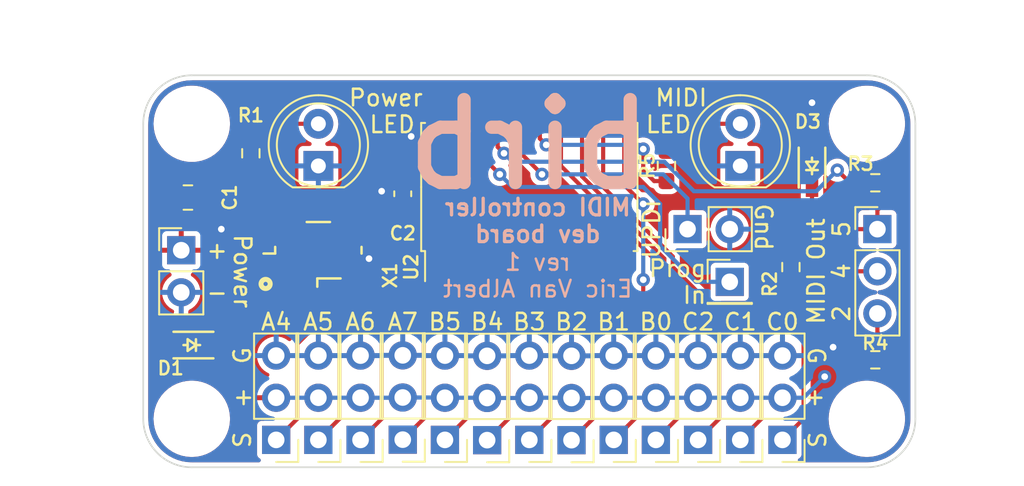
<source format=kicad_pcb>
(kicad_pcb (version 20211014) (generator pcbnew)
  (layers (0 "F.Cu" signal) (31 "B.Cu" signal) (34 "B.Paste" user) (35 "F.Paste" user) (36 "B.SilkS" user "B.Silkscreen") (37 "F.SilkS" user "F.Silkscreen") (38 "B.Mask" user) (39 "F.Mask" user) (44 "Edge.Cuts" user))
  (net 0 "")
  (net 1 "/PA4")
  (net 2 "GND")
  (net 3 "/PA5")
  (net 4 "/PA6")
  (net 5 "/PA7")
  (net 6 "/PB0")
  (net 7 "/PB1")
  (net 8 "/PB2")
  (net 9 "/PB3")
  (net 10 "/PB4")
  (net 11 "/PB5")
  (net 12 "/PC0")
  (net 13 "/PC1")
  (net 14 "/PC2")
  (net 15 "VDD")
  (net 16 "Net-(D2-Pad2)")
  (net 17 "Net-(J1-Pad2)")
  (net 18 "Net-(D3-Pad1)")
  (net 19 "/MIDI_OUT")
  (net 20 "Net-(J1-Pad3)")
  (net 21 "/LED")
  (net 22 "Net-(D4-Pad2)")
  (net 23 "/UPDI")
  (net 24 "/MIDI_IN")
  (net 25 "/CLK")
  (footprint "LED_THT:LED_D5.0mm" (layer "F.Cu") (at 101.6 81.28 90)
    (fp_text reference "D2" hide)
    (fp_text value "POWER")
    (fp_line (start -1.29 -1.545) (end -1.29 1.545) (layer "F.SilkS") (width 0.12))
    (fp_arc (start 4.26 -0.000462) (mid 2.072002 2.880433) (end -1.29 1.54483) (layer "F.SilkS") (width 0.12))
    (fp_arc (start -1.29 -1.54483) (mid 2.072002 -2.880433) (end 4.26 0.000462) (layer "F.SilkS") (width 0.12))
    (fp_circle (center 1.27 0) (end 3.77 0) (layer "F.SilkS") (width 0.12) (fill none))
    (pad "1" thru_hole rect (at 0 0 90) (size 1.8 1.8) (drill 0.9) (layers *.Cu *.Mask) (net 2 "GND"))
    (pad "2" thru_hole circle (at 2.54 0 90) (size 1.8 1.8) (drill 0.9) (layers *.Cu *.Mask) (net 16 "Net-(D2-Pad2)"))
  )
  (footprint "Connector_PinHeader_2.54mm:PinHeader_1x03_P2.54mm_Vertical" (layer "F.Cu") (at 104.14 97.79 180)
    (fp_text reference "J6" hide)
    (fp_text value "PA6")
    (fp_line (start 1.33 1.27) (end 1.33 6.41) (layer "F.SilkS") (width 0.12))
    (fp_line (start -1.33 0) (end -1.33 -1.33) (layer "F.SilkS") (width 0.12))
    (fp_line (start -1.33 -1.33) (end 0 -1.33) (layer "F.SilkS") (width 0.12))
    (fp_line (start -1.33 1.27) (end -1.33 6.41) (layer "F.SilkS") (width 0.12))
    (fp_line (start -1.33 6.41) (end 1.33 6.41) (layer "F.SilkS") (width 0.12))
    (fp_line (start -1.33 1.27) (end 1.33 1.27) (layer "F.SilkS") (width 0.12))
    (pad "1" thru_hole rect (at 0 0 180) (size 1.7 1.7) (drill 1) (layers *.Cu *.Mask) (net 4 "/PA6"))
    (pad "2" thru_hole oval (at 0 2.54 180) (size 1.7 1.7) (drill 1) (layers *.Cu *.Mask) (net 15 "VDD"))
    (pad "3" thru_hole oval (at 0 5.08 180) (size 1.7 1.7) (drill 1) (layers *.Cu *.Mask) (net 2 "GND"))
  )
  (footprint "Connector_PinHeader_2.54mm:PinHeader_1x03_P2.54mm_Vertical" (layer "F.Cu") (at 119.38 97.79 180)
    (fp_text reference "J9" hide)
    (fp_text value "PB1")
    (fp_line (start -1.33 6.41) (end 1.33 6.41) (layer "F.SilkS") (width 0.12))
    (fp_line (start 1.33 1.27) (end 1.33 6.41) (layer "F.SilkS") (width 0.12))
    (fp_line (start -1.33 1.27) (end -1.33 6.41) (layer "F.SilkS") (width 0.12))
    (fp_line (start -1.33 1.27) (end 1.33 1.27) (layer "F.SilkS") (width 0.12))
    (fp_line (start -1.33 -1.33) (end 0 -1.33) (layer "F.SilkS") (width 0.12))
    (fp_line (start -1.33 0) (end -1.33 -1.33) (layer "F.SilkS") (width 0.12))
    (pad "1" thru_hole rect (at 0 0 180) (size 1.7 1.7) (drill 1) (layers *.Cu *.Mask) (net 7 "/PB1"))
    (pad "2" thru_hole oval (at 0 2.54 180) (size 1.7 1.7) (drill 1) (layers *.Cu *.Mask) (net 15 "VDD"))
    (pad "3" thru_hole oval (at 0 5.08 180) (size 1.7 1.7) (drill 1) (layers *.Cu *.Mask) (net 2 "GND"))
  )
  (footprint "Connector_PinHeader_2.54mm:PinHeader_1x03_P2.54mm_Vertical" (layer "F.Cu") (at 129.54 97.79 180)
    (fp_text reference "J14" hide)
    (fp_text value "PC0")
    (fp_line (start -1.33 1.27) (end 1.33 1.27) (layer "F.SilkS") (width 0.12))
    (fp_line (start 1.33 1.27) (end 1.33 6.41) (layer "F.SilkS") (width 0.12))
    (fp_line (start -1.33 -1.33) (end 0 -1.33) (layer "F.SilkS") (width 0.12))
    (fp_line (start -1.33 1.27) (end -1.33 6.41) (layer "F.SilkS") (width 0.12))
    (fp_line (start -1.33 6.41) (end 1.33 6.41) (layer "F.SilkS") (width 0.12))
    (fp_line (start -1.33 0) (end -1.33 -1.33) (layer "F.SilkS") (width 0.12))
    (pad "1" thru_hole rect (at 0 0 180) (size 1.7 1.7) (drill 1) (layers *.Cu *.Mask) (net 12 "/PC0"))
    (pad "2" thru_hole oval (at 0 2.54 180) (size 1.7 1.7) (drill 1) (layers *.Cu *.Mask) (net 15 "VDD"))
    (pad "3" thru_hole oval (at 0 5.08 180) (size 1.7 1.7) (drill 1) (layers *.Cu *.Mask) (net 2 "GND"))
  )
  (footprint "Connector_PinHeader_2.54mm:PinHeader_1x03_P2.54mm_Vertical" (layer "F.Cu") (at 135.255 85.09)
    (fp_text reference "J1" hide)
    (fp_text value "MIDI Out")
    (fp_line (start -1.33 1.27) (end 1.33 1.27) (layer "F.SilkS") (width 0.12))
    (fp_line (start -1.33 0) (end -1.33 -1.33) (layer "F.SilkS") (width 0.12))
    (fp_line (start -1.33 -1.33) (end 0 -1.33) (layer "F.SilkS") (width 0.12))
    (fp_line (start -1.33 6.41) (end 1.33 6.41) (layer "F.SilkS") (width 0.12))
    (fp_line (start -1.33 1.27) (end -1.33 6.41) (layer "F.SilkS") (width 0.12))
    (fp_line (start 1.33 1.27) (end 1.33 6.41) (layer "F.SilkS") (width 0.12))
    (pad "1" thru_hole rect (at 0 0) (size 1.7 1.7) (drill 1) (layers *.Cu *.Mask) (net 18 "Net-(D3-Pad1)"))
    (pad "2" thru_hole oval (at 0 2.54) (size 1.7 1.7) (drill 1) (layers *.Cu *.Mask) (net 17 "Net-(J1-Pad2)"))
    (pad "3" thru_hole oval (at 0 5.08) (size 1.7 1.7) (drill 1) (layers *.Cu *.Mask) (net 20 "Net-(J1-Pad3)"))
  )
  (footprint "Connector_PinHeader_2.54mm:PinHeader_1x03_P2.54mm_Vertical" (layer "F.Cu") (at 116.84 97.805 180)
    (fp_text reference "J10" hide)
    (fp_text value "PB2")
    (fp_line (start 1.33 1.27) (end 1.33 6.41) (layer "F.SilkS") (width 0.12))
    (fp_line (start -1.33 6.41) (end 1.33 6.41) (layer "F.SilkS") (width 0.12))
    (fp_line (start -1.33 0) (end -1.33 -1.33) (layer "F.SilkS") (width 0.12))
    (fp_line (start -1.33 -1.33) (end 0 -1.33) (layer "F.SilkS") (width 0.12))
    (fp_line (start -1.33 1.27) (end 1.33 1.27) (layer "F.SilkS") (width 0.12))
    (fp_line (start -1.33 1.27) (end -1.33 6.41) (layer "F.SilkS") (width 0.12))
    (pad "1" thru_hole rect (at 0 0 180) (size 1.7 1.7) (drill 1) (layers *.Cu *.Mask) (net 8 "/PB2"))
    (pad "2" thru_hole oval (at 0 2.54 180) (size 1.7 1.7) (drill 1) (layers *.Cu *.Mask) (net 15 "VDD"))
    (pad "3" thru_hole oval (at 0 5.08 180) (size 1.7 1.7) (drill 1) (layers *.Cu *.Mask) (net 2 "GND"))
  )
  (footprint "Connector_PinHeader_2.54mm:PinHeader_1x03_P2.54mm_Vertical" (layer "F.Cu") (at 121.92 97.79 180)
    (fp_text reference "J8" hide)
    (fp_text value "PB0")
    (fp_line (start -1.33 1.27) (end 1.33 1.27) (layer "F.SilkS") (width 0.12))
    (fp_line (start 1.33 1.27) (end 1.33 6.41) (layer "F.SilkS") (width 0.12))
    (fp_line (start -1.33 6.41) (end 1.33 6.41) (layer "F.SilkS") (width 0.12))
    (fp_line (start -1.33 -1.33) (end 0 -1.33) (layer "F.SilkS") (width 0.12))
    (fp_line (start -1.33 0) (end -1.33 -1.33) (layer "F.SilkS") (width 0.12))
    (fp_line (start -1.33 1.27) (end -1.33 6.41) (layer "F.SilkS") (width 0.12))
    (pad "1" thru_hole rect (at 0 0 180) (size 1.7 1.7) (drill 1) (layers *.Cu *.Mask) (net 6 "/PB0"))
    (pad "2" thru_hole oval (at 0 2.54 180) (size 1.7 1.7) (drill 1) (layers *.Cu *.Mask) (net 15 "VDD"))
    (pad "3" thru_hole oval (at 0 5.08 180) (size 1.7 1.7) (drill 1) (layers *.Cu *.Mask) (net 2 "GND"))
  )
  (footprint "Connector_PinHeader_2.54mm:PinHeader_1x02_P2.54mm_Vertical" (layer "F.Cu") (at 123.825 85.09 90)
    (fp_text reference "J3" hide)
    (fp_text value "UPDI")
    (fp_line (start -1.33 0) (end -1.33 -1.33) (layer "F.SilkS") (width 0.12))
    (fp_line (start -1.33 -1.33) (end 0 -1.33) (layer "F.SilkS") (width 0.12))
    (fp_line (start -1.33 1.27) (end -1.33 3.87) (layer "F.SilkS") (width 0.12))
    (fp_line (start 1.33 1.27) (end 1.33 3.87) (layer "F.SilkS") (width 0.12))
    (fp_line (start -1.33 3.87) (end 1.33 3.87) (layer "F.SilkS") (width 0.12))
    (fp_line (start -1.33 1.27) (end 1.33 1.27) (layer "F.SilkS") (width 0.12))
    (pad "1" thru_hole rect (at 0 0 90) (size 1.7 1.7) (drill 1) (layers *.Cu *.Mask) (net 23 "/UPDI"))
    (pad "2" thru_hole oval (at 0 2.54 90) (size 1.7 1.7) (drill 1) (layers *.Cu *.Mask) (net 2 "GND"))
  )
  (footprint "Capacitor_SMD:C_0603_1608Metric_Pad1.08x0.95mm_HandSolder" (layer "F.Cu") (at 106.68 82.9575 90)
    (fp_text reference "C2" (at -2.3865 0 180) (layer "F.SilkS") (effects (font (size 0.8 0.8))))
    (fp_text value "100n")
    (fp_line (start -0.146267 -0.51) (end 0.146267 -0.51) (layer "F.SilkS") (width 0.12))
    (fp_line (start -0.146267 0.51) (end 0.146267 0.51) (layer "F.SilkS") (width 0.12))
    (pad "1" smd roundrect (at -0.8625 0 90) (size 1.075 0.95) (layers "F.Cu" "F.Paste" "F.Mask") (net 15 "VDD"))
    (pad "2" smd roundrect (at 0.8625 0 90) (size 1.075 0.95) (layers "F.Cu" "F.Paste" "F.Mask") (net 2 "GND"))
  )
  (footprint "synth:SOD-323-handsoldering" (layer "F.Cu") (at 93.98 92.075 180)
    (fp_text reference "D1" (at 1.27 -1.397 180) (layer "F.SilkS") (effects (font (size 0.8 0.8))))
    (fp_text value "TVS")
    (fp_line (start 0.25 0) (end 0.5 0) (layer "F.SilkS") (width 0.15))
    (fp_line (start 0.25 -0.35) (end 0.25 0.35) (layer "F.SilkS") (width 0.15))
    (fp_line (start -1.3 -0.8) (end 1.1 -0.8) (layer "F.SilkS") (width 0.15))
    (fp_line (start -0.25 -0.35) (end -0.25 0.35) (layer "F.SilkS") (width 0.15))
    (fp_line (start 0.25 0.35) (end -0.25 0) (layer "F.SilkS") (width 0.15))
    (fp_line (start -1.3 0.8) (end 1.1 0.8) (layer "F.SilkS") (width 0.15))
    (fp_line (start -0.25 0) (end -0.5 0) (layer "F.SilkS") (width 0.15))
    (fp_line (start -0.25 0) (end 0.25 -0.35) (layer "F.SilkS") (width 0.15))
    (pad "1" smd rect locked (at -1.27 0 180) (size 1.2 0.75) (layers "F.Cu" "F.Paste" "F.Mask") (net 15 "VDD"))
    (pad "2" smd rect locked (at 1.27 0 180) (size 1.2 0.75) (layers "F.Cu" "F.Paste" "F.Mask") (net 2 "GND"))
  )
  (footprint "synth:DSC_1001_Oscillator_SMD_5032_4Pads" (layer "F.Cu") (at 101.6 86.36)
    (fp_text reference "X1" (at 4.318 1.524 90) (layer "F.SilkS") (effects (font (size 0.8 0.8))))
    (fp_text value "DSC1001")
    (fp_line (start 2.6 0.2) (end 2.6 -0.2) (layer "F.SilkS") (width 0.15))
    (fp_line (start -2.6 0.2) (end -3.3 0.2) (layer "F.SilkS") (width 0.15))
    (fp_line (start -0.70104 -1.7) (end 0.70104 -1.7) (layer "F.SilkS") (width 0.15))
    (fp_line (start -2.6 0.2) (end -2.6 -0.2) (layer "F.SilkS") (width 0.15))
    (fp_line (start 1.33708 1.7) (end -0.065 1.7) (layer "F.SilkS") (width 0.15))
    (fp_line (start -0.065 1.7) (end -0.065 2.2) (layer "F.SilkS") (width 0.15))
    (fp_circle (center -3.175 2.032) (end -3.048 2.032) (layer "F.SilkS") (width 0.3) (fill none))
    (pad "1" smd rect locked (at -1.27 1.1) (size 1.6 1.5) (layers "F.Cu" "F.Paste" "F.Mask"))
    (pad "2" smd rect locked (at 1.27 1.1) (size 1.6 1.5) (layers "F.Cu" "F.Paste" "F.Mask") (net 2 "GND"))
    (pad "3" smd rect locked (at 1.27 -1.1) (size 1.6 1.5) (layers "F.Cu" "F.Paste" "F.Mask") (net 25 "/CLK"))
    (pad "4" smd rect locked (at -1.27 -1.1) (size 1.6 1.5) (layers "F.Cu" "F.Paste" "F.Mask") (net 15 "VDD"))
  )
  (footprint "synth:SOD-323-handsoldering" (layer "F.Cu") (at 131.318 81.28 90)
    (fp_text reference "D3" (at 2.667 -0.254) (layer "F.SilkS") (effects (font (size 0.8 0.8))))
    (fp_text value "TVS")
    (fp_line (start -1.3 -0.8) (end 1.1 -0.8) (layer "F.SilkS") (width 0.15))
    (fp_line (start -0.25 -0.35) (end -0.25 0.35) (layer "F.SilkS") (width 0.15))
    (fp_line (start -0.25 0) (end -0.5 0) (layer "F.SilkS") (width 0.15))
    (fp_line (start 0.25 -0.35) (end 0.25 0.35) (layer "F.SilkS") (width 0.15))
    (fp_line (start 0.25 0) (end 0.5 0) (layer "F.SilkS") (width 0.15))
    (fp_line (start 0.25 0.35) (end -0.25 0) (layer "F.SilkS") (width 0.15))
    (fp_line (start -0.25 0) (end 0.25 -0.35) (layer "F.SilkS") (width 0.15))
    (fp_line (start -1.3 0.8) (end 1.1 0.8) (layer "F.SilkS") (width 0.15))
    (pad "1" smd rect locked (at -1.27 0 90) (size 1.2 0.75) (layers "F.Cu" "F.Paste" "F.Mask") (net 18 "Net-(D3-Pad1)"))
    (pad "2" smd rect locked (at 1.27 0 90) (size 1.2 0.75) (layers "F.Cu" "F.Paste" "F.Mask") (net 2 "GND"))
  )
  (footprint "Package_SO:SOIC-20W_7.5x12.8mm_P1.27mm" (layer "F.Cu") (at 114.3 82.55 90)
    (fp_text reference "U2" (at -4.826 -7.112 270) (layer "F.SilkS") (effects (font (size 0.8 0.8))))
    (fp_text value "ATtiny816-S")
    (fp_line (start 0 6.51) (end -3.86 6.51) (layer "F.SilkS") (width 0.12))
    (fp_line (start -3.86 -6.51) (end -3.86 -6.275) (layer "F.SilkS") (width 0.12))
    (fp_line (start 0 -6.51) (end -3.86 -6.51) (layer "F.SilkS") (width 0.12))
    (fp_line (start 3.86 -6.51) (end 3.86 -6.275) (layer "F.SilkS") (width 0.12))
    (fp_line (start 3.86 6.51) (end 3.86 6.275) (layer "F.SilkS") (width 0.12))
    (fp_line (start 0 -6.51) (end 3.86 -6.51) (layer "F.SilkS") (width 0.12))
    (fp_line (start -3.86 6.51) (end -3.86 6.275) (layer "F.SilkS") (width 0.12))
    (fp_line (start -3.86 -6.275) (end -5.675 -6.275) (layer "F.SilkS") (width 0.12))
    (fp_line (start 0 6.51) (end 3.86 6.51) (layer "F.SilkS") (width 0.12))
    (pad "1" smd roundrect (at -4.65 -5.715 90) (size 2.05 0.6) (layers "F.Cu" "F.Paste" "F.Mask") (net 15 "VDD"))
    (pad "2" smd roundrect (at -4.65 -4.445 90) (size 2.05 0.6) (layers "F.Cu" "F.Paste" "F.Mask") (net 1 "/PA4"))
    (pad "3" smd roundrect (at -4.65 -3.175 90) (size 2.05 0.6) (layers "F.Cu" "F.Paste" "F.Mask") (net 3 "/PA5"))
    (pad "4" smd roundrect (at -4.65 -1.905 90) (size 2.05 0.6) (layers "F.Cu" "F.Paste" "F.Mask") (net 4 "/PA6"))
    (pad "5" smd roundrect (at -4.65 -0.635 90) (size 2.05 0.6) (layers "F.Cu" "F.Paste" "F.Mask") (net 5 "/PA7"))
    (pad "6" smd roundrect (at -4.65 0.635 90) (size 2.05 0.6) (layers "F.Cu" "F.Paste" "F.Mask") (net 11 "/PB5"))
    (pad "7" smd roundrect (at -4.65 1.905 90) (size 2.05 0.6) (layers "F.Cu" "F.Paste" "F.Mask") (net 10 "/PB4"))
    (pad "8" smd roundrect (at -4.65 3.175 90) (size 2.05 0.6) (layers "F.Cu" "F.Paste" "F.Mask") (net 9 "/PB3"))
    (pad "9" smd roundrect (at -4.65 4.445 90) (size 2.05 0.6) (layers "F.Cu" "F.Paste" "F.Mask") (net 8 "/PB2"))
    (pad "10" smd roundrect (at -4.65 5.715 90) (size 2.05 0.6) (layers "F.Cu" "F.Paste" "F.Mask") (net 7 "/PB1"))
    (pad "11" smd roundrect (at 4.65 5.715 90) (size 2.05 0.6) (layers "F.Cu" "F.Paste" "F.Mask") (net 6 "/PB0"))
    (pad "12" smd roundrect (at 4.65 4.445 90) (size 2.05 0.6) (layers "F.Cu" "F.Paste" "F.Mask") (net 12 "/PC0"))
    (pad "13" smd roundrect (at 4.65 3.175 90) (size 2.05 0.6) (layers "F.Cu" "F.Paste" "F.Mask") (net 13 "/PC1"))
    (pad "14" smd roundrect (at 4.65 1.905 90) (size 2.05 0.6) (layers "F.Cu" "F.Paste" "F.Mask") (net 14 "/PC2"))
    (pad "15" smd roundrect (at 4.65 0.635 90) (size 2.05 0.6) (layers "F.Cu" "F.Paste" "F.Mask") (net 21 "/LED"))
    (pad "16" smd roundrect (at 4.65 -0.635 90) (size 2.05 0.6) (layers "F.Cu" "F.Paste" "F.Mask") (net 23 "/UPDI"))
    (pad "17" smd roundrect (at 4.65 -1.905 90) (size 2.05 0.6) (layers "F.Cu" "F.Paste" "F.Mask") (net 19 "/MIDI_OUT"))
    (pad "18" smd roundrect (at 4.65 -3.175 90) (size 2.05 0.6) (layers "F.Cu" "F.Paste" "F.Mask") (net 24 "/MIDI_IN"))
    (pad "19" smd roundrect (at 4.65 -4.445 90) (size 2.05 0.6) (layers "F.Cu" "F.Paste" "F.Mask") (net 25 "/CLK"))
    (pad "20" smd roundrect (at 4.65 -5.715 90) (size 2.05 0.6) (layers "F.Cu" "F.Paste" "F.Mask") (net 2 "GND"))
  )
  (footprint "Connector_PinHeader_2.54mm:PinHeader_1x01_P2.54mm_Vertical" (layer "F.Cu") (at 126.365 88.265)
    (fp_text reference "J2" hide)
    (fp_text value "TTL_MIDI_IN")
    (fp_line (start 1.33 1.27) (end 1.33 1.33) (layer "F.SilkS") (width 0.12))
    (fp_line (start -1.33 1.27) (end 1.33 1.27) (layer "F.SilkS") (width 0.12))
    (fp_line (start -1.33 1.27) (end -1.33 1.33) (layer "F.SilkS") (width 0.12))
    (fp_line (start -1.33 1.33) (end 1.33 1.33) (layer "F.SilkS") (width 0.12))
    (fp_line (start -1.33 0) (end -1.33 -1.33) (layer "F.SilkS") (width 0.12))
    (fp_line (start -1.33 -1.33) (end 0 -1.33) (layer "F.SilkS") (width 0.12))
    (pad "1" thru_hole rect (at 0 0) (size 1.7 1.7) (drill 1) (layers *.Cu *.Mask) (net 24 "/MIDI_IN"))
  )
  (footprint "Resistor_SMD:R_0603_1608Metric_Pad0.98x0.95mm_HandSolder" (layer "F.Cu") (at 135.128 82.296 180)
    (fp_text reference "R3" (at 0.889 1.143) (layer "F.SilkS") (effects (font (size 0.8 0.8))))
    (fp_text value "180R")
    (fp_line (start -0.254724 0.5225) (end 0.254724 0.5225) (layer "F.SilkS") (width 0.12))
    (fp_line (start -0.254724 -0.5225) (end 0.254724 -0.5225) (layer "F.SilkS") (width 0.12))
    (pad "1" smd roundrect (at -0.9125 0 180) (size 0.975 0.95) (layers "F.Cu" "F.Paste" "F.Mask") (net 18 "Net-(D3-Pad1)"))
    (pad "2" smd roundrect (at 0.9125 0 180) (size 0.975 0.95) (layers "F.Cu" "F.Paste" "F.Mask") (net 19 "/MIDI_OUT"))
  )
  (footprint "Connector_PinHeader_2.54mm:PinHeader_1x03_P2.54mm_Vertical" (layer "F.Cu") (at 114.3 97.79 180)
    (fp_text reference "J11" hide)
    (fp_text value "PB3")
    (fp_line (start -1.33 1.27) (end 1.33 1.27) (layer "F.SilkS") (width 0.12))
    (fp_line (start -1.33 0) (end -1.33 -1.33) (layer "F.SilkS") (width 0.12))
    (fp_line (start -1.33 1.27) (end -1.33 6.41) (layer "F.SilkS") (width 0.12))
    (fp_line (start -1.33 6.41) (end 1.33 6.41) (layer "F.SilkS") (width 0.12))
    (fp_line (start -1.33 -1.33) (end 0 -1.33) (layer "F.SilkS") (width 0.12))
    (fp_line (start 1.33 1.27) (end 1.33 6.41) (layer "F.SilkS") (width 0.12))
    (pad "1" thru_hole rect (at 0 0 180) (size 1.7 1.7) (drill 1) (layers *.Cu *.Mask) (net 9 "/PB3"))
    (pad "2" thru_hole oval (at 0 2.54 180) (size 1.7 1.7) (drill 1) (layers *.Cu *.Mask) (net 15 "VDD"))
    (pad "3" thru_hole oval (at 0 5.08 180) (size 1.7 1.7) (drill 1) (layers *.Cu *.Mask) (net 2 "GND"))
  )
  (footprint "Connector_PinHeader_2.54mm:PinHeader_1x02_P2.54mm_Vertical" (layer "F.Cu") (at 93.345 86.36)
    (fp_text reference "BT1" hide)
    (fp_text value "Battery")
    (fp_line (start -1.33 3.87) (end 1.33 3.87) (layer "F.SilkS") (width 0.12))
    (fp_line (start -1.33 -1.33) (end 0 -1.33) (layer "F.SilkS") (width 0.12))
    (fp_line (start -1.33 0) (end -1.33 -1.33) (layer "F.SilkS") (width 0.12))
    (fp_line (start 1.33 1.27) (end 1.33 3.87) (layer "F.SilkS") (width 0.12))
    (fp_line (start -1.33 1.27) (end -1.33 3.87) (layer "F.SilkS") (width 0.12))
    (fp_line (start -1.33 1.27) (end 1.33 1.27) (layer "F.SilkS") (width 0.12))
    (pad "1" thru_hole rect (at 0 0) (size 1.7 1.7) (drill 1) (layers *.Cu *.Mask) (net 15 "VDD"))
    (pad "2" thru_hole oval (at 0 2.54) (size 1.7 1.7) (drill 1) (layers *.Cu *.Mask) (net 2 "GND"))
  )
  (footprint "Connector_PinHeader_2.54mm:PinHeader_1x03_P2.54mm_Vertical" (layer "F.Cu") (at 106.68 97.775 180)
    (fp_text reference "J7" hide)
    (fp_text value "PA7")
    (fp_line (start -1.33 -1.33) (end 0 -1.33) (layer "F.SilkS") (width 0.12))
    (fp_line (start -1.33 6.41) (end 1.33 6.41) (layer "F.SilkS") (width 0.12))
    (fp_line (start 1.33 1.27) (end 1.33 6.41) (layer "F.SilkS") (width 0.12))
    (fp_line (start -1.33 1.27) (end 1.33 1.27) (layer "F.SilkS") (width 0.12))
    (fp_line (start -1.33 0) (end -1.33 -1.33) (layer "F.SilkS") (width 0.12))
    (fp_line (start -1.33 1.27) (end -1.33 6.41) (layer "F.SilkS") (width 0.12))
    (pad "1" thru_hole rect (at 0 0 180) (size 1.7 1.7) (drill 1) (layers *.Cu *.Mask) (net 5 "/PA7"))
    (pad "2" thru_hole oval (at 0 2.54 180) (size 1.7 1.7) (drill 1) (layers *.Cu *.Mask) (net 15 "VDD"))
    (pad "3" thru_hole oval (at 0 5.08 180) (size 1.7 1.7) (drill 1) (layers *.Cu *.Mask) (net 2 "GND"))
  )
  (footprint "Resistor_SMD:R_0603_1608Metric_Pad0.98x0.95mm_HandSolder" (layer "F.Cu") (at 122.555 81.28 90)
    (fp_text reference "R5" (at 0 -1.143 90) (layer "F.SilkS") (effects (font (size 0.8 0.8))))
    (fp_text value "220R")
    (fp_line (start -0.254724 -0.5225) (end 0.254724 -0.5225) (layer "F.SilkS") (width 0.12))
    (fp_line (start -0.254724 0.5225) (end 0.254724 0.5225) (layer "F.SilkS") (width 0.12))
    (pad "1" smd roundrect (at -0.9125 0 90) (size 0.975 0.95) (layers "F.Cu" "F.Paste" "F.Mask") (net 21 "/LED"))
    (pad "2" smd roundrect (at 0.9125 0 90) (size 0.975 0.95) (layers "F.Cu" "F.Paste" "F.Mask") (net 22 "Net-(D4-Pad2)"))
  )
  (footprint "Connector_PinHeader_2.54mm:PinHeader_1x03_P2.54mm_Vertical" (layer "F.Cu") (at 101.6 97.79 180)
    (fp_text reference "J5" hide)
    (fp_text value "PA5")
    (fp_line (start 1.33 1.27) (end 1.33 6.41) (layer "F.SilkS") (width 0.12))
    (fp_line (start -1.33 0) (end -1.33 -1.33) (layer "F.SilkS") (width 0.12))
    (fp_line (start -1.33 6.41) (end 1.33 6.41) (layer "F.SilkS") (width 0.12))
    (fp_line (start -1.33 -1.33) (end 0 -1.33) (layer "F.SilkS") (width 0.12))
    (fp_line (start -1.33 1.27) (end -1.33 6.41) (layer "F.SilkS") (width 0.12))
    (fp_line (start -1.33 1.27) (end 1.33 1.27) (layer "F.SilkS") (width 0.12))
    (pad "1" thru_hole rect (at 0 0 180) (size 1.7 1.7) (drill 1) (layers *.Cu *.Mask) (net 3 "/PA5"))
    (pad "2" thru_hole oval (at 0 2.54 180) (size 1.7 1.7) (drill 1) (layers *.Cu *.Mask) (net 15 "VDD"))
    (pad "3" thru_hole oval (at 0 5.08 180) (size 1.7 1.7) (drill 1) (layers *.Cu *.Mask) (net 2 "GND"))
  )
  (footprint "Connector_PinHeader_2.54mm:PinHeader_1x03_P2.54mm_Vertical" (layer "F.Cu") (at 99.06 97.79 180)
    (fp_text reference "J4" hide)
    (fp_text value "PA4")
    (fp_line (start 1.33 1.27) (end 1.33 6.41) (layer "F.SilkS") (width 0.12))
    (fp_line (start -1.33 1.27) (end 1.33 1.27) (layer "F.SilkS") (width 0.12))
    (fp_line (start -1.33 6.41) (end 1.33 6.41) (layer "F.SilkS") (width 0.12))
    (fp_line (start -1.33 -1.33) (end 0 -1.33) (layer "F.SilkS") (width 0.12))
    (fp_line (start -1.33 0) (end -1.33 -1.33) (layer "F.SilkS") (width 0.12))
    (fp_line (start -1.33 1.27) (end -1.33 6.41) (layer "F.SilkS") (width 0.12))
    (pad "1" thru_hole rect (at 0 0 180) (size 1.7 1.7) (drill 1) (layers *.Cu *.Mask) (net 1 "/PA4"))
    (pad "2" thru_hole oval (at 0 2.54 180) (size 1.7 1.7) (drill 1) (layers *.Cu *.Mask) (net 15 "VDD"))
    (pad "3" thru_hole oval (at 0 5.08 180) (size 1.7 1.7) (drill 1) (layers *.Cu *.Mask) (net 2 "GND"))
  )
  (footprint "MountingHole:MountingHole_2.2mm_M2" (layer "F.Cu") (at 134.62 78.74)
    (fp_text reference "REF**" hide)
    (fp_text value "MountingHole_2.2mm_M2")
    (pad "" np_thru_hole circle (at 0 0) (size 2.2 2.2) (drill 2.2) (layers F&B.Cu *.Mask) (clearance 1.2))
  )
  (footprint "Resistor_SMD:R_0603_1608Metric_Pad0.98x0.95mm_HandSolder" (layer "F.Cu") (at 97.536 80.518 90)
    (fp_text reference "R1" (at 2.286 0) (layer "F.SilkS") (effects (font (size 0.8 0.8))))
    (fp_text value "220R")
    (fp_line (start -0.254724 -0.5225) (end 0.254724 -0.5225) (layer "F.SilkS") (width 0.12))
    (fp_line (start -0.254724 0.5225) (end 0.254724 0.5225) (layer "F.SilkS") (width 0.12))
    (pad "1" smd roundrect (at -0.9125 0 90) (size 0.975 0.95) (layers "F.Cu" "F.Paste" "F.Mask") (net 15 "VDD"))
    (pad "2" smd roundrect (at 0.9125 0 90) (size 0.975 0.95) (layers "F.Cu" "F.Paste" "F.Mask") (net 16 "Net-(D2-Pad2)"))
  )
  (footprint "Connector_PinHeader_2.54mm:PinHeader_1x03_P2.54mm_Vertical" (layer "F.Cu") (at 127 97.79 180)
    (fp_text reference "J15" hide)
    (fp_text value "PC1")
    (fp_line (start -1.33 1.27) (end 1.33 1.27) (layer "F.SilkS") (width 0.12))
    (fp_line (start -1.33 1.27) (end -1.33 6.41) (layer "F.SilkS") (width 0.12))
    (fp_line (start -1.33 -1.33) (end 0 -1.33) (layer "F.SilkS") (width 0.12))
    (fp_line (start -1.33 0) (end -1.33 -1.33) (layer "F.SilkS") (width 0.12))
    (fp_line (start -1.33 6.41) (end 1.33 6.41) (layer "F.SilkS") (width 0.12))
    (fp_line (start 1.33 1.27) (end 1.33 6.41) (layer "F.SilkS") (width 0.12))
    (pad "1" thru_hole rect (at 0 0 180) (size 1.7 1.7) (drill 1) (layers *.Cu *.Mask) (net 13 "/PC1"))
    (pad "2" thru_hole oval (at 0 2.54 180) (size 1.7 1.7) (drill 1) (layers *.Cu *.Mask) (net 15 "VDD"))
    (pad "3" thru_hole oval (at 0 5.08 180) (size 1.7 1.7) (drill 1) (layers *.Cu *.Mask) (net 2 "GND"))
  )
  (footprint "Connector_PinHeader_2.54mm:PinHeader_1x03_P2.54mm_Vertical" (layer "F.Cu") (at 124.46 97.79 180)
    (fp_text reference "J16" hide)
    (fp_text value "PC2")
    (fp_line (start -1.33 6.41) (end 1.33 6.41) (layer "F.SilkS") (width 0.12))
    (fp_line (start 1.33 1.27) (end 1.33 6.41) (layer "F.SilkS") (width 0.12))
    (fp_line (start -1.33 -1.33) (end 0 -1.33) (layer "F.SilkS") (width 0.12))
    (fp_line (start -1.33 1.27) (end -1.33 6.41) (layer "F.SilkS") (width 0.12))
    (fp_line (start -1.33 0) (end -1.33 -1.33) (layer "F.SilkS") (width 0.12))
    (fp_line (start -1.33 1.27) (end 1.33 1.27) (layer "F.SilkS") (width 0.12))
    (pad "1" thru_hole rect (at 0 0 180) (size 1.7 1.7) (drill 1) (layers *.Cu *.Mask) (net 14 "/PC2"))
    (pad "2" thru_hole oval (at 0 2.54 180) (size 1.7 1.7) (drill 1) (layers *.Cu *.Mask) (net 15 "VDD"))
    (pad "3" thru_hole oval (at 0 5.08 180) (size 1.7 1.7) (drill 1) (layers *.Cu *.Mask) (net 2 "GND"))
  )
  (footprint "MountingHole:MountingHole_2.2mm_M2" (layer "F.Cu") (at 93.98 78.74)
    (fp_text reference "REF**" hide)
    (fp_text value "MountingHole_2.2mm_M2")
    (pad "" np_thru_hole circle (at 0 0) (size 2.2 2.2) (drill 2.2) (layers F&B.Cu *.Mask) (clearance 1.2))
  )
  (footprint "MountingHole:MountingHole_2.2mm_M2" (layer "F.Cu") (at 134.62 96.52)
    (fp_text reference "REF**" hide)
    (fp_text value "MountingHole_2.2mm_M2")
    (pad "" np_thru_hole circle (at 0 0) (size 2.2 2.2) (drill 2.2) (layers F&B.Cu *.Mask) (clearance 1.2))
  )
  (footprint "Resistor_SMD:R_0603_1608Metric_Pad0.98x0.95mm_HandSolder" (layer "F.Cu") (at 130.048 87.376 90)
    (fp_text reference "R2" (at -1.016 -1.27 270) (layer "F.SilkS") (effects (font (size 0.8 0.8))))
    (fp_text value "180R")
    (fp_line (start -0.254724 -0.5225) (end 0.254724 -0.5225) (layer "F.SilkS") (width 0.12))
    (fp_line (start -0.254724 0.5225) (end 0.254724 0.5225) (layer "F.SilkS") (width 0.12))
    (pad "1" smd roundrect (at -0.9125 0 90) (size 0.975 0.95) (layers "F.Cu" "F.Paste" "F.Mask") (net 15 "VDD"))
    (pad "2" smd roundrect (at 0.9125 0 90) (size 0.975 0.95) (layers "F.Cu" "F.Paste" "F.Mask") (net 17 "Net-(J1-Pad2)"))
  )
  (footprint "Capacitor_SMD:C_0805_2012Metric_Pad1.18x1.45mm_HandSolder" (layer "F.Cu") (at 93.7475 83.185)
    (fp_text reference "C1" (at 2.5185 0 270) (layer "F.SilkS") (effects (font (size 0.8 0.8))))
    (fp_text value "10u")
    (fp_line (start -0.261252 0.735) (end 0.261252 0.735) (layer "F.SilkS") (width 0.12))
    (fp_line (start -0.261252 -0.735) (end 0.261252 -0.735) (layer "F.SilkS") (width 0.12))
    (pad "1" smd roundrect (at -1.0375 0) (size 1.175 1.45) (layers "F.Cu" "F.Paste" "F.Mask") (roundrect_rratio 0.2127659574) (net 15 "VDD"))
    (pad "2" smd roundrect (at 1.0375 0) (size 1.175 1.45) (layers "F.Cu" "F.Paste" "F.Mask") (roundrect_rratio 0.2127659574) (net 2 "GND"))
  )
  (footprint "Resistor_SMD:R_0603_1608Metric_Pad0.98x0.95mm_HandSolder" (layer "F.Cu") (at 135.128 92.964 180)
    (fp_text reference "R4" (at 0 1.016 180) (layer "F.SilkS") (effects (font (size 0.8 0.8))))
    (fp_text value "0R")
    (fp_line (start -0.254724 -0.5225) (end 0.254724 -0.5225) (layer "F.SilkS") (width 0.12))
    (fp_line (start -0.254724 0.5225) (end 0.254724 0.5225) (layer "F.SilkS") (width 0.12))
    (pad "1" smd roundrect (at -0.9125 0 180) (size 0.975 0.95) (layers "F.Cu" "F.Paste" "F.Mask") (net 20 "Net-(J1-Pad3)"))
    (pad "2" smd roundrect (at 0.9125 0 180) (size 0.975 0.95) (layers "F.Cu" "F.Paste" "F.Mask") (net 2 "GND"))
  )
  (footprint "Connector_PinHeader_2.54mm:PinHeader_1x03_P2.54mm_Vertical" (layer "F.Cu") (at 111.76 97.805 180)
    (fp_text reference "J12" hide)
    (fp_text value "PB4")
    (fp_line (start -1.33 0) (end -1.33 -1.33) (layer "F.SilkS") (width 0.12))
    (fp_line (start -1.33 1.27) (end -1.33 6.41) (layer "F.SilkS") (width 0.12))
    (fp_line (start -1.33 1.27) (end 1.33 1.27) (layer "F.SilkS") (width 0.12))
    (fp_line (start -1.33 -1.33) (end 0 -1.33) (layer "F.SilkS") (width 0.12))
    (fp_line (start -1.33 6.41) (end 1.33 6.41) (layer "F.SilkS") (width 0.12))
    (fp_line (start 1.33 1.27) (end 1.33 6.41) (layer "F.SilkS") (width 0.12))
    (pad "1" thru_hole rect (at 0 0 180) (size 1.7 1.7) (drill 1) (layers *.Cu *.Mask) (net 10 "/PB4"))
    (pad "2" thru_hole oval (at 0 2.54 180) (size 1.7 1.7) (drill 1) (layers *.Cu *.Mask) (net 15 "VDD"))
    (pad "3" thru_hole oval (at 0 5.08 180) (size 1.7 1.7) (drill 1) (layers *.Cu *.Mask) (net 2 "GND"))
  )
  (footprint "MountingHole:MountingHole_2.2mm_M2" (layer "F.Cu") (at 93.98 96.52)
    (fp_text reference "REF**" hide)
    (fp_text value "MountingHole_2.2mm_M2")
    (pad "" np_thru_hole circle (at 0 0) (size 2.2 2.2) (drill 2.2) (layers F&B.Cu *.Mask) (clearance 1.2))
  )
  (footprint "LED_THT:LED_D5.0mm" (layer "F.Cu") (at 127 81.28 90)
    (fp_text reference "D4" hide)
    (fp_text value "LED")
    (fp_line (start -1.29 -1.545) (end -1.29 1.545) (layer "F.SilkS") (width 0.12))
    (fp_arc (start 4.26 -0.000462) (mid 2.072002 2.880433) (end -1.29 1.54483) (layer "F.SilkS") (width 0.12))
    (fp_arc (start -1.29 -1.54483) (mid 2.072002 -2.880433) (end 4.26 0.000462) (layer "F.SilkS") (width 0.12))
    (fp_circle (center 1.27 0) (end 3.77 0) (layer "F.SilkS") (width 0.12) (fill none))
    (pad "1" thru_hole rect (at 0 0 90) (size 1.8 1.8) (drill 0.9) (layers *.Cu *.Mask) (net 2 "GND"))
    (pad "2" thru_hole circle (at 2.54 0 90) (size 1.8 1.8) (drill 0.9) (layers *.Cu *.Mask) (net 22 "Net-(D4-Pad2)"))
  )
  (footprint "Connector_PinHeader_2.54mm:PinHeader_1x03_P2.54mm_Vertical" (layer "F.Cu") (at 109.22 97.79 180)
    (fp_text reference "J13" hide)
    (fp_text value "PB5")
    (fp_line (start -1.33 6.41) (end 1.33 6.41) (layer "F.SilkS") (width 0.12))
    (fp_line (start -1.33 -1.33) (end 0 -1.33) (layer "F.SilkS") (width 0.12))
    (fp_line (start -1.33 1.27) (end 1.33 1.27) (layer "F.SilkS") (width 0.12))
    (fp_line (start -1.33 0) (end -1.33 -1.33) (layer "F.SilkS") (width 0.12))
    (fp_line (start 1.33 1.27) (end 1.33 6.41) (layer "F.SilkS") (width 0.12))
    (fp_line (start -1.33 1.27) (end -1.33 6.41) (layer "F.SilkS") (width 0.12))
    (pad "1" thru_hole rect (at 0 0 180) (size 1.7 1.7) (drill 1) (layers *.Cu *.Mask) (net 11 "/PB5"))
    (pad "2" thru_hole oval (at 0 2.54 180) (size 1.7 1.7) (drill 1) (layers *.Cu *.Mask) (net 15 "VDD"))
    (pad "3" thru_hole oval (at 0 5.08 180) (size 1.7 1.7) (drill 1) (layers *.Cu *.Mask) (net 2 "GND"))
  )
  (gr_arc (start 91.059 78.74) (mid 91.914541 76.674541) (end 93.98 75.819) (layer "Edge.Cuts") (width 0.1))
  (gr_line (start 91.059 96.52) (end 91.059 78.74) (layer "Edge.Cuts") (width 0.1))
  (gr_arc (start 137.541 96.52) (mid 136.685459 98.585459) (end 134.62 99.441) (layer "Edge.Cuts") (width 0.1))
  (gr_arc (start 93.98 99.441) (mid 91.914541 98.585459) (end 91.059 96.52) (layer "Edge.Cuts") (width 0.1))
  (gr_line (start 137.541 78.74) (end 137.541 96.52) (layer "Edge.Cuts") (width 0.1))
  (gr_line (start 134.62 99.441) (end 93.98 99.441) (layer "Edge.Cuts") (width 0.1))
  (gr_line (start 93.98 75.819) (end 134.62 75.819) (layer "Edge.Cuts") (width 0.1))
  (gr_arc (start 134.62 75.819) (mid 136.685459 76.674541) (end 137.541 78.74) (layer "Edge.Cuts") (width 0.1))
  (gr_text "birb" (at 114.3 80.01) (layer "B.SilkS") (effects (font (size 5 5) (thickness 0.8)) (justify mirror)))
  (gr_text "MIDI controller\ndev board" (at 114.808 84.582) (layer "B.SilkS") (effects (font (size 1 1) (thickness 0.2)) (justify mirror)))
  (gr_text "rev 1\nEric Van Albert" (at 114.808 87.884) (layer "B.SilkS") (effects (font (size 1 1)) (justify mirror)))
  (gr_text "A4" (at 99.06 90.678) (layer "F.SilkS") (effects (font (size 1 1))))
  (gr_text "-" (at 95.504 88.9) (layer "F.SilkS") (effects (font (size 1 1))))
  (gr_text "B3" (at 114.3 90.678) (layer "F.SilkS") (effects (font (size 1 1))))
  (gr_text "C2" (at 124.46 90.678) (layer "F.SilkS") (effects (font (size 1 1))))
  (gr_text "Power" (at 97.028 87.63 270) (layer "F.SilkS") (effects (font (size 1 1))))
  (gr_text "C0" (at 129.54 90.678) (layer "F.SilkS") (effects (font (size 1 1))))
  (gr_text "Prog\nIn" (at 125.035 88.265) (layer "F.SilkS") (effects (font (size 1 1)) (justify right)))
  (gr_text "A5" (at 101.6 90.678) (layer "F.SilkS") (effects (font (size 1 1))))
  (gr_text "5" (at 133.096 85.09 90) (layer "F.SilkS") (effects (font (size 1 1))))
  (gr_text "4" (at 133.096 87.63 90) (layer "F.SilkS") (effects (font (size 1 1))))
  (gr_text "Power\n LED" (at 105.664 77.978) (layer "F.SilkS") (effects (font (size 1 1))))
  (gr_text "  MIDI\nLED" (at 122.682 77.978) (layer "F.SilkS") (effects (font (size 1 1))))
  (gr_text "UPDI" (at 121.666 85.09 90) (layer "F.SilkS") (effects (font (size 1 1))))
  (gr_text "MIDI Out" (at 131.572 87.63 90) (layer "F.SilkS") (effects (font (size 1 1))))
  (gr_text "+" (at 131.572 95.25 270) (layer "F.SilkS") (effects (font (size 1 1))))
  (gr_text "2" (at 133.096 90.17 90) (layer "F.SilkS") (effects (font (size 1 1))))
  (gr_text "C1" (at 127 90.678) (layer "F.SilkS") (effects (font (size 1 1))))
  (gr_text "S" (at 97.028 97.79 90) (layer "F.SilkS") (effects (font (size 1 1))))
  (gr_text "G" (at 131.572 92.71 270) (layer "F.SilkS") (effects (font (size 1 1))))
  (gr_text "B0" (at 121.92 90.678) (layer "F.SilkS") (effects (font (size 1 1))))
  (gr_text "A6" (at 104.14 90.678) (layer "F.SilkS") (effects (font (size 1 1))))
  (gr_text "B2" (at 116.84 90.678) (layer "F.SilkS") (effects (font (size 1 1))))
  (gr_text "Gnd" (at 128.397 84.963 270) (layer "F.SilkS") (effects (font (size 1 1))))
  (gr_text "B1" (at 119.38 90.678) (layer "F.SilkS") (effects (font (size 1 1))))
  (gr_text "S" (at 131.572 97.79 270) (layer "F.SilkS") (effects (font (size 1 1))))
  (gr_text "+" (at 95.504 86.36) (layer "F.SilkS") (effects (font (size 1 1))))
  (gr_text "+" (at 97.028 95.25 90) (layer "F.SilkS") (effects (font (size 1 1))))
  (gr_text "B4" (at 111.76 90.678) (layer "F.SilkS") (effects (font (size 1 1))))
  (gr_text "G" (at 97.028 92.71 90) (layer "F.SilkS") (effects (font (size 1 1))))
  (gr_text "B5" (at 109.22 90.678) (layer "F.SilkS") (effects (font (size 1 1))))
  (gr_text "A7" (at 106.68 90.678) (layer "F.SilkS") (effects (font (size 1 1))))
  (segment (start 109.22 88.9) (end 109.855 88.265) (width 0.25) (layer "F.Cu") (net 1))
  (segment (start 101.150495 91.186) (end 102.600662 91.186) (width 0.25) (layer "F.Cu") (net 1))
  (segment (start 100.33 96.52) (end 100.33 92.006495) (width 0.25) (layer "F.Cu") (net 1))
  (segment (start 102.600662 91.186) (end 104.886662 88.9) (width 0.25) (layer "F.Cu") (net 1))
  (segment (start 99.06 97.79) (end 100.33 96.52) (width 0.25) (layer "F.Cu") (net 1))
  (segment (start 109.855 88.265) (end 109.855 87.2) (width 0.25) (layer "F.Cu") (net 1))
  (segment (start 100.33 92.006495) (end 101.150495 91.186) (width 0.25) (layer "F.Cu") (net 1))
  (segment (start 104.886662 88.9) (end 109.22 88.9) (width 0.25) (layer "F.Cu") (net 1))
  (segment (start 133.35 92.964) (end 132.588 92.202) (width 0.25) (layer "F.Cu") (net 2))
  (segment (start 108.585 77.9) (end 108.028 77.9) (width 0.25) (layer "F.Cu") (net 2))
  (segment (start 94.785 84.117) (end 94.785 83.185) (width 0.25) (layer "F.Cu") (net 2))
  (segment (start 93.345 90.297) (end 93.345 88.9) (width 0.25) (layer "F.Cu") (net 2))
  (segment (start 106.119 82.095) (end 105.41 82.804) (width 0.25) (layer "F.Cu") (net 2))
  (segment (start 134.2155 92.964) (end 133.35 92.964) (width 0.25) (layer "F.Cu") (net 2))
  (segment (start 104.056 87.46) (end 104.648 86.868) (width 0.25) (layer "F.Cu") (net 2))
  (segment (start 107.188 78.74) (end 107.188 79.502) (width 0.25) (layer "F.Cu") (net 2))
  (segment (start 108.028 77.9) (end 107.188 78.74) (width 0.25) (layer "F.Cu") (net 2))
  (segment (start 92.71 92.075) (end 92.71 90.932) (width 0.25) (layer "F.Cu") (net 2))
  (segment (start 92.71 90.932) (end 93.345 90.297) (width 0.25) (layer "F.Cu") (net 2))
  (segment (start 131.318 80.01) (end 131.318 77.47) (width 0.25) (layer "F.Cu") (net 2))
  (segment (start 102.87 87.46) (end 104.056 87.46) (width 0.25) (layer "F.Cu") (net 2))
  (segment (start 95.758 85.09) (end 94.785 84.117) (width 0.25) (layer "F.Cu") (net 2))
  (segment (start 106.68 82.095) (end 106.119 82.095) (width 0.25) (layer "F.Cu") (net 2))
  (via (at 107.188 79.502) (size 0.8) (drill 0.4) (layers "F.Cu" "B.Cu") (net 2))
  (via (at 95.758 85.09) (size 0.8) (drill 0.4) (layers "F.Cu" "B.Cu") (net 2))
  (via (at 105.41 82.804) (size 0.8) (drill 0.4) (layers "F.Cu" "B.Cu") (net 2))
  (via (at 132.588 92.202) (size 0.8) (drill 0.4) (layers "F.Cu" "B.Cu") (net 2))
  (via (at 131.318 77.47) (size 0.8) (drill 0.4) (layers "F.Cu" "B.Cu") (net 2))
  (via (at 104.648 86.868) (size 0.8) (drill 0.4) (layers "F.Cu" "B.Cu") (net 2))
  (segment (start 101.6 97.79) (end 102.87 96.52) (width 0.25) (layer "F.Cu") (net 3))
  (segment (start 110.04048 89.34952) (end 111.125 88.265) (width 0.25) (layer "F.Cu") (net 3))
  (segment (start 105.07286 89.34952) (end 110.04048 89.34952) (width 0.25) (layer "F.Cu") (net 3))
  (segment (start 102.87 96.52) (end 102.87 91.55238) (width 0.25) (layer "F.Cu") (net 3))
  (segment (start 102.87 91.55238) (end 105.07286 89.34952) (width 0.25) (layer "F.Cu") (net 3))
  (segment (start 111.125 88.265) (end 111.125 87.2) (width 0.25) (layer "F.Cu") (net 3))
  (segment (start 112.395 88.260354) (end 112.395 87.2) (width 0.25) (layer "F.Cu") (net 4))
  (segment (start 107.05096 89.79904) (end 110.856314 89.79904) (width 0.25) (layer "F.Cu") (net 4))
  (segment (start 104.14 97.79) (end 105.41 96.52) (width 0.25) (layer "F.Cu") (net 4))
  (segment (start 105.41 96.52) (end 105.41 91.44) (width 0.25) (layer "F.Cu") (net 4))
  (segment (start 110.856314 89.79904) (end 112.395 88.260354) (width 0.25) (layer "F.Cu") (net 4))
  (segment (start 105.41 91.44) (end 107.05096 89.79904) (width 0.25) (layer "F.Cu") (net 4))
  (segment (start 109.14144 90.24856) (end 111.68144 90.24856) (width 0.25) (layer "F.Cu") (net 5))
  (segment (start 111.68144 90.24856) (end 113.665 88.265) (width 0.25) (layer "F.Cu") (net 5))
  (segment (start 107.95 91.44) (end 109.14144 90.24856) (width 0.25) (layer "F.Cu") (net 5))
  (segment (start 107.95 96.505) (end 107.95 91.44) (width 0.25) (layer "F.Cu") (net 5))
  (segment (start 106.68 97.775) (end 107.95 96.505) (width 0.25) (layer "F.Cu") (net 5))
  (segment (start 113.665 88.265) (end 113.665 87.2) (width 0.25) (layer "F.Cu") (net 5))
  (segment (start 121.158 88.138) (end 121.158 89.027717) (width 0.25) (layer "F.Cu") (net 6))
  (segment (start 123.19 91.059717) (end 123.19 96.52) (width 0.25) (layer "F.Cu") (net 6))
  (segment (start 121.158 89.027717) (end 123.19 91.059717) (width 0.25) (layer "F.Cu") (net 6))
  (segment (start 123.19 96.52) (end 121.92 97.79) (width 0.25) (layer "F.Cu") (net 6))
  (segment (start 121.153701 83.570299) (end 120.015 82.431598) (width 0.25) (layer "F.Cu") (net 6))
  (segment (start 120.015 82.431598) (end 120.015 77.9) (width 0.25) (layer "F.Cu") (net 6))
  (via (at 121.153701 83.570299) (size 0.8) (drill 0.4) (layers "F.Cu" "B.Cu") (net 6))
  (via (at 121.158 88.138) (size 0.8) (drill 0.4) (layers "F.Cu" "B.Cu") (net 6))
  (segment (start 121.158 88.138) (end 121.158 83.574598) (width 0.25) (layer "B.Cu") (net 6))
  (segment (start 121.158 83.574598) (end 121.153701 83.570299) (width 0.25) (layer "B.Cu") (net 6))
  (segment (start 120.65 96.52) (end 119.38 97.79) (width 0.25) (layer "F.Cu") (net 7))
  (segment (start 120.015 87.2) (end 120.015 89.535) (width 0.25) (layer "F.Cu") (net 7))
  (segment (start 120.015 89.535) (end 120.65 90.17) (width 0.25) (layer "F.Cu") (net 7))
  (segment (start 120.65 90.17) (end 120.65 96.52) (width 0.25) (layer "F.Cu") (net 7))
  (segment (start 118.09952 90.18048) (end 118.745 89.535) (width 0.25) (layer "F.Cu") (net 8))
  (segment (start 116.84 97.805) (end 118.09952 96.54548) (width 0.25) (layer "F.Cu") (net 8))
  (segment (start 118.09952 96.54548) (end 118.09952 90.18048) (width 0.25) (layer "F.Cu") (net 8))
  (segment (start 118.745 89.535) (end 118.745 87.2) (width 0.25) (layer "F.Cu") (net 8))
  (segment (start 115.57 96.52) (end 115.57 90.17) (width 0.25) (layer "F.Cu") (net 9))
  (segment (start 117.475 88.265) (end 117.475 87.2) (width 0.25) (layer "F.Cu") (net 9))
  (segment (start 114.3 97.79) (end 115.57 96.52) (width 0.25) (layer "F.Cu") (net 9))
  (segment (start 115.57 90.17) (end 117.475 88.265) (width 0.25) (layer "F.Cu") (net 9))
  (segment (start 116.205 88.265) (end 116.205 87.2) (width 0.25) (layer "F.Cu") (net 10))
  (segment (start 113.03 96.535) (end 113.03 91.44) (width 0.25) (layer "F.Cu") (net 10))
  (segment (start 111.76 97.805) (end 113.03 96.535) (width 0.25) (layer "F.Cu") (net 10))
  (segment (start 113.03 91.44) (end 116.205 88.265) (width 0.25) (layer "F.Cu") (net 10))
  (segment (start 110.49 91.44) (end 111.125 90.805) (width 0.25) (layer "F.Cu") (net 11))
  (segment (start 111.125 90.805) (end 112.395 90.805) (width 0.25) (layer "F.Cu") (net 11))
  (segment (start 114.935 88.265) (end 114.935 87.2) (width 0.25) (layer "F.Cu") (net 11))
  (segment (start 109.22 97.79) (end 110.49 96.52) (width 0.25) (layer "F.Cu") (net 11))
  (segment (start 110.49 96.52) (end 110.49 91.44) (width 0.25) (layer "F.Cu") (net 11))
  (segment (start 112.395 90.805) (end 114.935 88.265) (width 0.25) (layer "F.Cu") (net 11))
  (segment (start 118.745 77.9) (end 118.745 82.549282) (width 0.25) (layer "F.Cu") (net 12))
  (segment (start 118.745 82.549282) (end 122.936 86.740282) (width 0.25) (layer "F.Cu") (net 12))
  (segment (start 125.984 90.424) (end 129.794 90.424) (width 0.25) (layer "F.Cu") (net 12))
  (segment (start 122.936 87.376) (end 125.984 90.424) (width 0.25) (layer "F.Cu") (net 12))
  (segment (start 129.794 90.424) (end 130.81 91.44) (width 0.25) (layer "F.Cu") (net 12))
  (segment (start 122.936 86.740282) (end 122.936 87.376) (width 0.25) (layer "F.Cu") (net 12))
  (segment (start 130.81 96.52) (end 129.54 97.79) (width 0.25) (layer "F.Cu") (net 12))
  (segment (start 130.81 91.44) (end 130.81 96.52) (width 0.25) (layer "F.Cu") (net 12))
  (segment (start 128.27 91.44) (end 128.27 96.52) (width 0.25) (layer "F.Cu") (net 13))
  (segment (start 122.428 87.503718) (end 125.797802 90.87352) (width 0.25) (layer "F.Cu") (net 13))
  (segment (start 128.27 96.52) (end 127 97.79) (width 0.25) (layer "F.Cu") (net 13))
  (segment (start 127.70352 90.87352) (end 128.27 91.44) (width 0.25) (layer "F.Cu") (net 13))
  (segment (start 125.797802 90.87352) (end 127.70352 90.87352) (width 0.25) (layer "F.Cu") (net 13))
  (segment (start 117.475 81.915) (end 122.428 86.868) (width 0.25) (layer "F.Cu") (net 13))
  (segment (start 117.475 77.9) (end 117.475 81.915) (width 0.25) (layer "F.Cu") (net 13))
  (segment (start 122.428 86.868) (end 122.428 87.503718) (width 0.25) (layer "F.Cu") (net 13))
  (segment (start 125.73 91.441436) (end 125.73 96.52) (width 0.25) (layer "F.Cu") (net 14))
  (segment (start 116.205 77.9) (end 116.205 81.280718) (width 0.25) (layer "F.Cu") (net 14))
  (segment (start 125.73 96.52) (end 124.46 97.79) (width 0.25) (layer "F.Cu") (net 14))
  (segment (start 116.205 81.280718) (end 121.92 86.995718) (width 0.25) (layer "F.Cu") (net 14))
  (segment (start 121.92 86.995718) (end 121.92 87.631436) (width 0.25) (layer "F.Cu") (net 14))
  (segment (start 121.92 87.631436) (end 125.73 91.441436) (width 0.25) (layer "F.Cu") (net 14))
  (via (at 132.08 93.98) (size 0.8) (drill 0.4) (layers "F.Cu" "B.Cu") (net 15))
  (segment (start 99.06 95.25) (end 101.6 95.25) (width 0.25) (layer "B.Cu") (net 15))
  (segment (start 124.46 95.25) (end 127 95.25) (width 0.25) (layer "B.Cu") (net 15))
  (segment (start 114.3 95.25) (end 116.825 95.25) (width 0.25) (layer "B.Cu") (net 15))
  (segment (start 116.84 95.265) (end 119.365 95.265) (width 0.25) (layer "B.Cu") (net 15))
  (segment (start 104.14 95.25) (end 106.665 95.25) (width 0.25) (layer "B.Cu") (net 15))
  (segment (start 116.825 95.25) (end 116.84 95.265) (width 0.25) (layer "B.Cu") (net 15))
  (segment (start 106.68 95.235) (end 109.205 95.235) (width 0.25) (layer "B.Cu") (net 15))
  (segment (start 121.92 95.25) (end 124.46 95.25) (width 0.25) (layer "B.Cu") (net 15))
  (segment (start 130.81 95.25) (end 132.08 93.98) (width 0.25) (layer "B.Cu") (net 15))
  (segment (start 109.22 95.25) (end 111.745 95.25) (width 0.25) (layer "B.Cu") (net 15))
  (segment (start 127 95.25) (end 129.54 95.25) (width 0.25) (layer "B.Cu") (net 15))
  (segment (start 119.365 95.265) (end 119.38 95.25) (width 0.25) (layer "B.Cu") (net 15))
  (segment (start 109.205 95.235) (end 109.22 95.25) (width 0.25) (layer "B.Cu") (net 15))
  (segment (start 111.745 95.25) (end 111.76 95.265) (width 0.25) (layer "B.Cu") (net 15))
  (segment (start 129.54 95.25) (end 130.81 95.25) (width 0.25) (layer "B.Cu") (net 15))
  (segment (start 111.76 95.265) (end 114.285 95.265) (width 0.25) (layer "B.Cu") (net 15))
  (segment (start 106.665 95.25) (end 106.68 95.235) (width 0.25) (layer "B.Cu") (net 15))
  (segment (start 114.285 95.265) (end 114.3 95.25) (width 0.25) (layer "B.Cu") (net 15))
  (segment (start 119.38 95.25) (end 121.92 95.25) (width 0.25) (layer "B.Cu") (net 15))
  (segment (start 101.6 95.25) (end 104.14 95.25) (width 0.25) (layer "B.Cu") (net 15))
  (segment (start 97.536 79.6055) (end 99.0835 79.6055) (width 0.25) (layer "F.Cu") (net 16))
  (segment (start 99.949 78.74) (end 101.6 78.74) (width 0.25) (layer "F.Cu") (net 16))
  (segment (start 99.0835 79.6055) (end 99.949 78.74) (width 0.25) (layer "F.Cu") (net 16))
  (segment (start 135.255 87.63) (end 133.35 87.63) (width 0.25) (layer "F.Cu") (net 17))
  (segment (start 133.35 87.63) (end 132.1835 86.4635) (width 0.25) (layer "F.Cu") (net 17))
  (segment (start 132.1835 86.4635) (end 130.048 86.4635) (width 0.25) (layer "F.Cu") (net 17))
  (segment (start 131.318 83.566) (end 131.318 82.55) (width 0.25) (layer "F.Cu") (net 18))
  (segment (start 135.255 83.947) (end 135.255 85.09) (width 0.25) (layer "F.Cu") (net 18))
  (segment (start 136.0405 83.1615) (end 135.255 83.947) (width 0.25) (layer "F.Cu") (net 18))
  (segment (start 132.842 85.09) (end 131.318 83.566) (width 0.25) (layer "F.Cu") (net 18))
  (segment (start 136.0405 82.296) (end 136.0405 83.1615) (width 0.25) (layer "F.Cu") (net 18))
  (segment (start 135.255 85.09) (end 132.842 85.09) (width 0.25) (layer "F.Cu") (net 18))
  (segment (start 112.395 80.137) (end 112.395 77.9) (width 0.25) (layer "F.Cu") (net 19))
  (segment (start 134.2155 82.296) (end 133.604 82.296) (width 0.25) (layer "F.Cu") (net 19))
  (segment (start 133.604 82.296) (end 132.842 81.534) (width 0.25) (layer "F.Cu") (net 19))
  (segment (start 112.776 80.518) (end 112.395 80.137) (width 0.25) (layer "F.Cu") (net 19))
  (via (at 132.842 81.534) (size 0.8) (drill 0.4) (layers "F.Cu" "B.Cu") (net 19))
  (via (at 112.776 80.518) (size 0.8) (drill 0.4) (layers "F.Cu" "B.Cu") (net 19))
  (segment (start 131.572 82.804) (end 132.842 81.534) (width 0.25) (layer "B.Cu") (net 19))
  (segment (start 112.776 80.518) (end 113.284 81.026) (width 0.25) (layer "B.Cu") (net 19))
  (segment (start 113.284 81.026) (end 122.428 81.026) (width 0.25) (layer "B.Cu") (net 19))
  (segment (start 124.206 82.804) (end 131.572 82.804) (width 0.25) (layer "B.Cu") (net 19))
  (segment (start 122.428 81.026) (end 124.206 82.804) (width 0.25) (layer "B.Cu") (net 19))
  (segment (start 135.255 91.313) (end 136.0405 92.0985) (width 0.25) (layer "F.Cu") (net 20))
  (segment (start 135.255 90.17) (end 135.255 91.313) (width 0.25) (layer "F.Cu") (net 20))
  (segment (start 136.0405 92.0985) (end 136.0405 92.964) (width 0.25) (layer "F.Cu") (net 20))
  (segment (start 121.158 80.264) (end 121.158 81.534) (width 0.25) (layer "F.Cu") (net 21))
  (segment (start 121.158 81.534) (end 121.8165 82.1925) (width 0.25) (layer "F.Cu") (net 21))
  (segment (start 114.935 77.9) (end 114.935 79.629) (width 0.25) (layer "F.Cu") (net 21))
  (segment (start 121.8165 82.1925) (end 122.555 82.1925) (width 0.25) (layer "F.Cu") (net 21))
  (segment (start 114.935 79.629) (end 115.316 80.01) (width 0.25) (layer "F.Cu") (net 21))
  (via (at 121.158 80.264) (size 0.8) (drill 0.4) (layers "F.Cu" "B.Cu") (net 21))
  (via (at 115.316 80.01) (size 0.8) (drill 0.4) (layers "F.Cu" "B.Cu") (net 21))
  (segment (start 121.158 80.264) (end 120.904 80.01) (width 0.25) (layer "B.Cu") (net 21))
  (segment (start 120.904 80.01) (end 115.316 80.01) (width 0.25) (layer "B.Cu") (net 21))
  (segment (start 122.555 80.3675) (end 123.5945 80.3675) (width 0.25) (layer "F.Cu") (net 22))
  (segment (start 123.5945 80.3675) (end 125.222 78.74) (width 0.25) (layer "F.Cu") (net 22))
  (segment (start 125.222 78.74) (end 127 78.74) (width 0.25) (layer "F.Cu") (net 22))
  (segment (start 113.665 77.9) (end 113.665 80.391) (width 0.25) (layer "F.Cu") (net 23))
  (segment (start 113.665 80.391) (end 115.062 81.788) (width 0.25) (layer "F.Cu") (net 23))
  (via (at 115.062 81.788) (size 0.8) (drill 0.4) (layers "F.Cu" "B.Cu") (net 23))
  (segment (start 123.825 83.2485) (end 123.825 85.09) (width 0.25) (layer "B.Cu") (net 23))
  (segment (start 122.3645 81.788) (end 123.825 83.2485) (width 0.25) (layer "B.Cu") (net 23))
  (segment (start 115.062 81.788) (end 122.3645 81.788) (width 0.25) (layer "B.Cu") (net 23))
  (segment (start 112.522 81.788) (end 111.125 80.391) (width 0.25) (layer "F.Cu") (net 24))
  (segment (start 111.125 80.391) (end 111.125 77.9) (width 0.25) (layer "F.Cu") (net 24))
  (via (at 112.522 81.788) (size 0.8) (drill 0.4) (layers "F.Cu" "B.Cu") (net 24))
  (segment (start 112.522 81.788) (end 113.284 82.55) (width 0.25) (layer "B.Cu") (net 24))
  (segment (start 113.284 82.55) (end 121.158 82.55) (width 0.25) (layer "B.Cu") (net 24))
  (segment (start 122.174 86.106) (end 124.333 88.265) (width 0.25) (layer "B.Cu") (net 24))
  (segment (start 122.174 83.566) (end 122.174 86.106) (width 0.25) (layer "B.Cu") (net 24))
  (segment (start 121.158 82.55) (end 122.174 83.566) (width 0.25) (layer "B.Cu") (net 24))
  (segment (start 124.333 88.265) (end 126.365 88.265) (width 0.25) (layer "B.Cu") (net 24))
  (segment (start 108.966 80.264) (end 109.855 79.375) (width 0.25) (layer "F.Cu") (net 25))
  (segment (start 109.855 79.375) (end 109.855 77.9) (width 0.25) (layer "F.Cu") (net 25))
  (segment (start 106.426 80.264) (end 108.966 80.264) (width 0.25) (layer "F.Cu") (net 25))
  (segment (start 102.87 83.82) (end 106.426 80.264) (width 0.25) (layer "F.Cu") (net 25))
  (segment (start 102.87 85.26) (end 102.87 83.82) (width 0.25) (layer "F.Cu") (net 25))
  (zone (net 15) (net_name "VDD") (layer "F.Cu") (connect_pads (clearance 0.3)) (min_thickness 0.25) (fill yes (thermal_gap 0.5) (thermal_bridge_width 0.3))
    (polygon (pts (xy 137.541 99.441) (xy 91.059 99.441) (xy 91.059 75.819) (xy 137.541 75.819)))
  )
  (zone (net 2) (net_name "GND") (layer "B.Cu") (connect_pads (clearance 0.3)) (min_thickness 0.25) (fill yes (thermal_gap 0.5) (thermal_bridge_width 0.3))
    (polygon (pts (xy 137.541 99.441) (xy 91.059 99.441) (xy 91.059 75.819) (xy 137.541 75.819)))
  )
)
</source>
